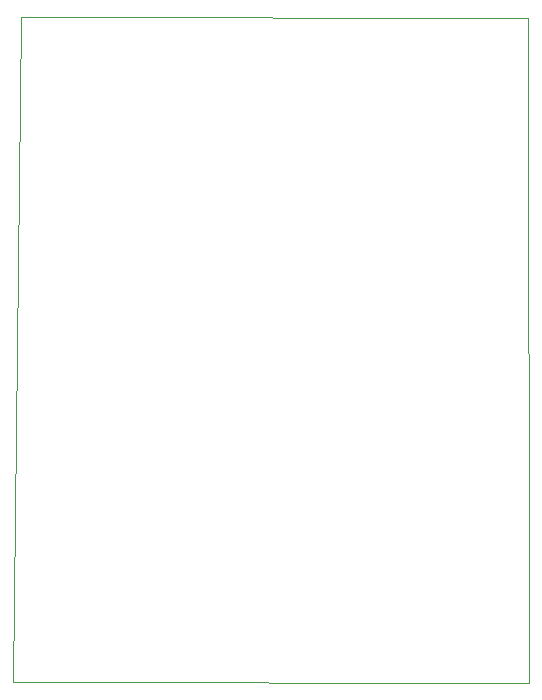
<source format=gbr>
%TF.GenerationSoftware,KiCad,Pcbnew,(5.1.6-0-10_14)*%
%TF.CreationDate,2020-09-11T15:04:09-04:00*%
%TF.ProjectId,bare_atmega328,62617265-5f61-4746-9d65-67613332382e,rev?*%
%TF.SameCoordinates,Original*%
%TF.FileFunction,Profile,NP*%
%FSLAX46Y46*%
G04 Gerber Fmt 4.6, Leading zero omitted, Abs format (unit mm)*
G04 Created by KiCad (PCBNEW (5.1.6-0-10_14)) date 2020-09-11 15:04:09*
%MOMM*%
%LPD*%
G01*
G04 APERTURE LIST*
%TA.AperFunction,Profile*%
%ADD10C,0.050000*%
%TD*%
G04 APERTURE END LIST*
D10*
X126502160Y-111800640D02*
X127170180Y-55500000D01*
X170164760Y-111909860D02*
X126502160Y-111800640D01*
X170100000Y-55600000D02*
X170164760Y-111909860D01*
X127170180Y-55500000D02*
X170100000Y-55600000D01*
M02*

</source>
